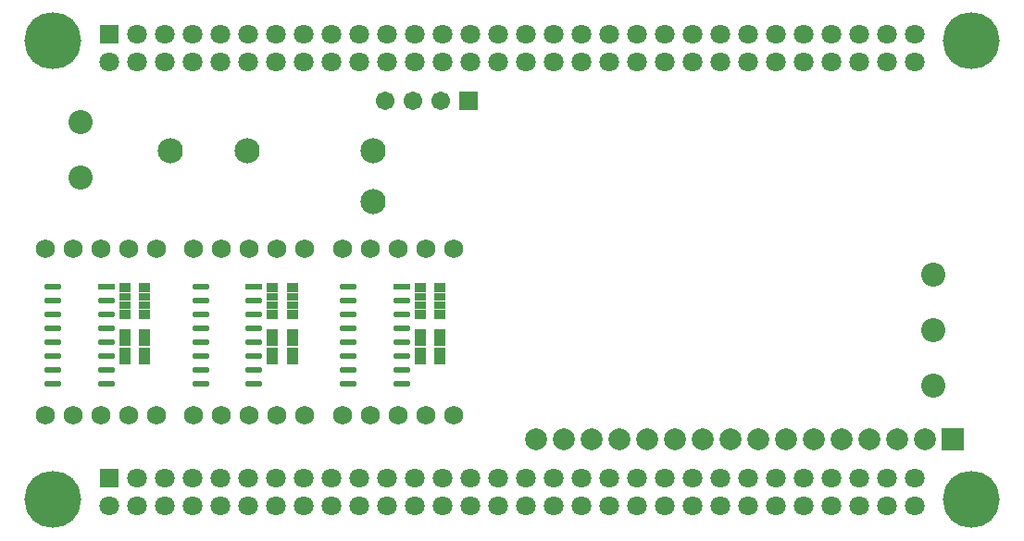
<source format=gbs>
G04*
G04 #@! TF.GenerationSoftware,Altium Limited,Altium Designer,20.2.6 (244)*
G04*
G04 Layer_Color=16711935*
%FSLAX25Y25*%
%MOIN*%
G70*
G04*
G04 #@! TF.SameCoordinates,357903E5-7464-4FF3-9603-397411888FB0*
G04*
G04*
G04 #@! TF.FilePolarity,Negative*
G04*
G01*
G75*
%ADD39C,0.07099*%
%ADD40R,0.07099X0.07099*%
%ADD41C,0.09068*%
%ADD42C,0.06800*%
%ADD43C,0.08674*%
%ADD44C,0.07887*%
%ADD45R,0.07887X0.07887*%
%ADD46C,0.06706*%
%ADD47R,0.06706X0.06706*%
%ADD48C,0.20485*%
%ADD63R,0.06317X0.02079*%
G04:AMPARAMS|DCode=64|XSize=63.17mil|YSize=20.79mil|CornerRadius=10.39mil|HoleSize=0mil|Usage=FLASHONLY|Rotation=180.000|XOffset=0mil|YOffset=0mil|HoleType=Round|Shape=RoundedRectangle|*
%AMROUNDEDRECTD64*
21,1,0.06317,0.00000,0,0,180.0*
21,1,0.04238,0.02079,0,0,180.0*
1,1,0.02079,-0.02119,0.00000*
1,1,0.02079,0.02119,0.00000*
1,1,0.02079,0.02119,0.00000*
1,1,0.02079,-0.02119,0.00000*
%
%ADD64ROUNDEDRECTD64*%
%ADD67R,0.03950X0.03359*%
%ADD68R,0.03950X0.02769*%
D39*
X322165Y169488D02*
D03*
Y179488D02*
D03*
X312165Y169488D02*
D03*
Y179488D02*
D03*
X302165Y169488D02*
D03*
Y179488D02*
D03*
X292165Y169488D02*
D03*
Y179488D02*
D03*
X282165Y169488D02*
D03*
Y179488D02*
D03*
X272165Y169488D02*
D03*
Y179488D02*
D03*
X262165Y169488D02*
D03*
Y179488D02*
D03*
X252165Y169488D02*
D03*
Y179488D02*
D03*
X242165Y169488D02*
D03*
Y179488D02*
D03*
X232165Y169488D02*
D03*
Y179488D02*
D03*
X222165Y169488D02*
D03*
Y179488D02*
D03*
X212165Y169488D02*
D03*
Y179488D02*
D03*
X202165Y169488D02*
D03*
Y179488D02*
D03*
X192165Y169488D02*
D03*
Y179488D02*
D03*
X182165Y169488D02*
D03*
Y179488D02*
D03*
X172165Y169488D02*
D03*
Y179488D02*
D03*
X162165Y169488D02*
D03*
Y179488D02*
D03*
X152165Y169488D02*
D03*
Y179488D02*
D03*
X142165Y169488D02*
D03*
Y179488D02*
D03*
X132165Y169488D02*
D03*
Y179488D02*
D03*
X122165Y169488D02*
D03*
Y179488D02*
D03*
X112165Y169488D02*
D03*
Y179488D02*
D03*
X102165Y169488D02*
D03*
Y179488D02*
D03*
X92165Y169488D02*
D03*
Y179488D02*
D03*
X82165Y169488D02*
D03*
Y179488D02*
D03*
X72165Y169488D02*
D03*
Y179488D02*
D03*
X62165Y169488D02*
D03*
Y179488D02*
D03*
X52165Y169488D02*
D03*
Y179488D02*
D03*
X42165Y169488D02*
D03*
Y179488D02*
D03*
X32165Y169488D02*
D03*
Y9488D02*
D03*
X42165Y19488D02*
D03*
Y9488D02*
D03*
X52165Y19488D02*
D03*
Y9488D02*
D03*
X62165Y19488D02*
D03*
Y9488D02*
D03*
X72165Y19488D02*
D03*
Y9488D02*
D03*
X82165Y19488D02*
D03*
Y9488D02*
D03*
X92165Y19488D02*
D03*
Y9488D02*
D03*
X102165Y19488D02*
D03*
Y9488D02*
D03*
X112165Y19488D02*
D03*
Y9488D02*
D03*
X122165Y19488D02*
D03*
Y9488D02*
D03*
X132165Y19488D02*
D03*
Y9488D02*
D03*
X142165Y19488D02*
D03*
Y9488D02*
D03*
X152165Y19488D02*
D03*
Y9488D02*
D03*
X162165Y19488D02*
D03*
Y9488D02*
D03*
X172165Y19488D02*
D03*
Y9488D02*
D03*
X182165Y19488D02*
D03*
Y9488D02*
D03*
X192165Y19488D02*
D03*
Y9488D02*
D03*
X202165Y19488D02*
D03*
Y9488D02*
D03*
X212165Y19488D02*
D03*
Y9488D02*
D03*
X222165Y19488D02*
D03*
Y9488D02*
D03*
X232165Y19488D02*
D03*
Y9488D02*
D03*
X242165Y19488D02*
D03*
Y9488D02*
D03*
X252165Y19488D02*
D03*
Y9488D02*
D03*
X262165Y19488D02*
D03*
Y9488D02*
D03*
X272165Y19488D02*
D03*
Y9488D02*
D03*
X282165Y19488D02*
D03*
Y9488D02*
D03*
X292165Y19488D02*
D03*
Y9488D02*
D03*
X302165Y19488D02*
D03*
Y9488D02*
D03*
X312165Y19488D02*
D03*
Y9488D02*
D03*
X322165Y19488D02*
D03*
Y9488D02*
D03*
D40*
X32165Y179488D02*
D03*
Y19488D02*
D03*
D41*
X126968Y119094D02*
D03*
X54134Y137598D02*
D03*
X81693D02*
D03*
X126968D02*
D03*
D42*
X9213Y42362D02*
D03*
X19213D02*
D03*
X29213D02*
D03*
X39213D02*
D03*
X49213D02*
D03*
X9213Y102362D02*
D03*
X19213D02*
D03*
X29213D02*
D03*
X39213D02*
D03*
X49213D02*
D03*
X115984Y42362D02*
D03*
X125984D02*
D03*
X135984D02*
D03*
X145984D02*
D03*
X155984D02*
D03*
X115984Y102362D02*
D03*
X125984D02*
D03*
X135984D02*
D03*
X145984D02*
D03*
X155984D02*
D03*
X62520Y42362D02*
D03*
X72520D02*
D03*
X82520D02*
D03*
X92520D02*
D03*
X102520D02*
D03*
X62520Y102362D02*
D03*
X72520D02*
D03*
X82520D02*
D03*
X92520D02*
D03*
X102520D02*
D03*
D43*
X21654Y127795D02*
D03*
Y147795D02*
D03*
X328740Y52835D02*
D03*
Y72835D02*
D03*
Y92835D02*
D03*
D44*
X185905Y33465D02*
D03*
X195905D02*
D03*
X205905D02*
D03*
X215905D02*
D03*
X225905D02*
D03*
X235905D02*
D03*
X245905D02*
D03*
X255905D02*
D03*
X265905D02*
D03*
X275905D02*
D03*
X285905D02*
D03*
X295905D02*
D03*
X305905D02*
D03*
X315905D02*
D03*
X325905D02*
D03*
D45*
X335905D02*
D03*
D46*
X131417Y155512D02*
D03*
X141417D02*
D03*
X151417D02*
D03*
D47*
X161417D02*
D03*
D48*
X342520Y11811D02*
D03*
X11811D02*
D03*
X342520Y177165D02*
D03*
X11811D02*
D03*
D63*
X137409Y88583D02*
D03*
X31109D02*
D03*
X84259D02*
D03*
D64*
X137409Y83583D02*
D03*
Y78583D02*
D03*
Y73583D02*
D03*
Y68583D02*
D03*
Y63583D02*
D03*
Y58583D02*
D03*
Y53583D02*
D03*
X118110D02*
D03*
Y58583D02*
D03*
Y63583D02*
D03*
Y68583D02*
D03*
Y73583D02*
D03*
Y78583D02*
D03*
Y83583D02*
D03*
Y88583D02*
D03*
X31109Y83583D02*
D03*
Y78583D02*
D03*
Y73583D02*
D03*
Y68583D02*
D03*
Y63583D02*
D03*
Y58583D02*
D03*
Y53583D02*
D03*
X11811D02*
D03*
Y58583D02*
D03*
Y63583D02*
D03*
Y68583D02*
D03*
Y73583D02*
D03*
Y78583D02*
D03*
Y83583D02*
D03*
Y88583D02*
D03*
X64961D02*
D03*
Y83583D02*
D03*
Y78583D02*
D03*
Y73583D02*
D03*
Y68583D02*
D03*
Y63583D02*
D03*
Y58583D02*
D03*
Y53583D02*
D03*
X84259D02*
D03*
Y58583D02*
D03*
Y63583D02*
D03*
Y68583D02*
D03*
Y73583D02*
D03*
Y78583D02*
D03*
Y83583D02*
D03*
D67*
X44882Y88189D02*
D03*
X37795D02*
D03*
X44882Y78741D02*
D03*
X37795D02*
D03*
X144094Y62205D02*
D03*
X151181D02*
D03*
X144094Y71653D02*
D03*
X151181D02*
D03*
X144094Y78740D02*
D03*
X151181D02*
D03*
X144094Y88188D02*
D03*
X151181D02*
D03*
X90944Y62206D02*
D03*
X98031D02*
D03*
X90944Y71654D02*
D03*
X98031D02*
D03*
X90945Y78741D02*
D03*
X98032D02*
D03*
X90945Y88189D02*
D03*
X98032D02*
D03*
X37795Y62205D02*
D03*
X44882D02*
D03*
X37795Y71653D02*
D03*
X44882D02*
D03*
D68*
Y85040D02*
D03*
X37795D02*
D03*
X44882Y81890D02*
D03*
X37795D02*
D03*
X144094Y65354D02*
D03*
X151181D02*
D03*
X144094Y68504D02*
D03*
X151181D02*
D03*
X144094Y81889D02*
D03*
X151181D02*
D03*
X144094Y85039D02*
D03*
X151181D02*
D03*
X90944Y65355D02*
D03*
X98031D02*
D03*
X90944Y68505D02*
D03*
X98031D02*
D03*
X90945Y81890D02*
D03*
X98032D02*
D03*
X90945Y85040D02*
D03*
X98032D02*
D03*
X37795Y65354D02*
D03*
X44882D02*
D03*
X37795Y68504D02*
D03*
X44882D02*
D03*
M02*

</source>
